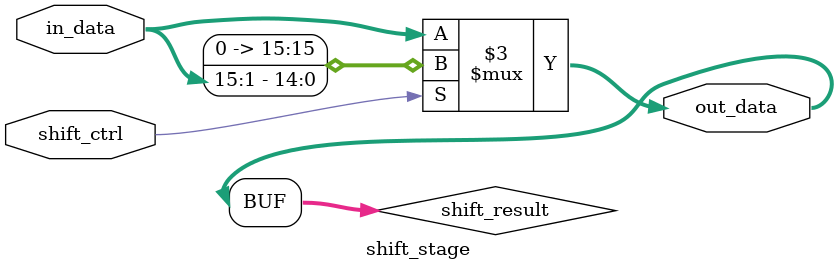
<source format=sv>
module async_logical_right_shifter #(
    parameter DATA_WIDTH = 16,
    parameter SHIFT_WIDTH = 4
)(
    input  [DATA_WIDTH-1:0] in_data,
    input  [SHIFT_WIDTH-1:0] shift_amount,
    output [DATA_WIDTH-1:0] out_data
);

    wire [DATA_WIDTH-1:0] stage0_to_stage1;
    wire [DATA_WIDTH-1:0] stage1_to_stage2;
    wire [DATA_WIDTH-1:0] stage2_to_stage3;
    wire [DATA_WIDTH-1:0] stage3_to_out;

    // Stage 0: Shift by 1 bit if shift_amount[0] is set
    shift_stage #(
        .DATA_WIDTH(DATA_WIDTH),
        .SHIFT_AMOUNT(1)
    ) shift_stage0 (
        .in_data(in_data),
        .shift_ctrl(shift_amount[0]),
        .out_data(stage0_to_stage1)
    );

    // Stage 1: Shift by 2 bits if shift_amount[1] is set
    shift_stage #(
        .DATA_WIDTH(DATA_WIDTH),
        .SHIFT_AMOUNT(2)
    ) shift_stage1 (
        .in_data(stage0_to_stage1),
        .shift_ctrl(shift_amount[1]),
        .out_data(stage1_to_stage2)
    );

    // Stage 2: Shift by 4 bits if shift_amount[2] is set
    shift_stage #(
        .DATA_WIDTH(DATA_WIDTH),
        .SHIFT_AMOUNT(4)
    ) shift_stage2 (
        .in_data(stage1_to_stage2),
        .shift_ctrl(shift_amount[2]),
        .out_data(stage2_to_stage3)
    );

    // Stage 3: Shift by 8 bits if shift_amount[3] is set
    shift_stage #(
        .DATA_WIDTH(DATA_WIDTH),
        .SHIFT_AMOUNT(8)
    ) shift_stage3 (
        .in_data(stage2_to_stage3),
        .shift_ctrl(shift_amount[3]),
        .out_data(stage3_to_out)
    );

    assign out_data = stage3_to_out;

endmodule

// -----------------------------------------------------------------------------
// Submodule: shift_stage
// Performs logical right shift by parameterized amount if shift_ctrl is high
// -----------------------------------------------------------------------------
module shift_stage #(
    parameter DATA_WIDTH = 16,
    parameter SHIFT_AMOUNT = 1
)(
    input  [DATA_WIDTH-1:0] in_data,
    input                   shift_ctrl,
    output [DATA_WIDTH-1:0] out_data
);
    reg [DATA_WIDTH-1:0] shift_result;

    always @* begin
        if (shift_ctrl) begin
            shift_result = { {SHIFT_AMOUNT{1'b0}}, in_data[DATA_WIDTH-1:SHIFT_AMOUNT] };
        end else begin
            shift_result = in_data;
        end
    end

    assign out_data = shift_result;
endmodule
</source>
